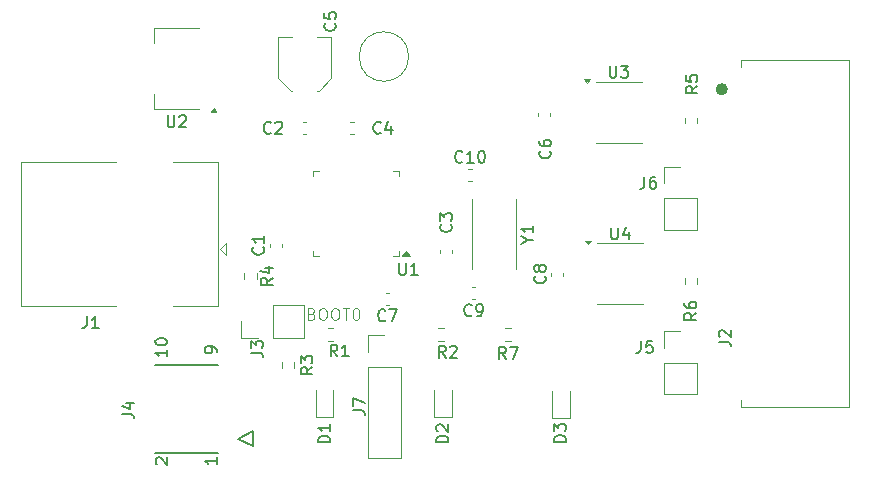
<source format=gbr>
%TF.GenerationSoftware,KiCad,Pcbnew,9.0.4*%
%TF.CreationDate,2025-09-19T16:30:08-07:00*%
%TF.ProjectId,USBCAN-X2,55534243-414e-42d5-9832-2e6b69636164,rev?*%
%TF.SameCoordinates,Original*%
%TF.FileFunction,Legend,Top*%
%TF.FilePolarity,Positive*%
%FSLAX46Y46*%
G04 Gerber Fmt 4.6, Leading zero omitted, Abs format (unit mm)*
G04 Created by KiCad (PCBNEW 9.0.4) date 2025-09-19 16:30:08*
%MOMM*%
%LPD*%
G01*
G04 APERTURE LIST*
%ADD10C,0.100000*%
%ADD11C,0.150000*%
%ADD12C,0.120000*%
%ADD13C,0.550000*%
%ADD14C,0.152400*%
G04 APERTURE END LIST*
D10*
X154598763Y-89969226D02*
G75*
G02*
X150401237Y-89969226I-2098763J0D01*
G01*
X150401237Y-89969226D02*
G75*
G02*
X154598763Y-89969226I2098763J0D01*
G01*
X146382217Y-111748609D02*
X146525074Y-111796228D01*
X146525074Y-111796228D02*
X146572693Y-111843847D01*
X146572693Y-111843847D02*
X146620312Y-111939085D01*
X146620312Y-111939085D02*
X146620312Y-112081942D01*
X146620312Y-112081942D02*
X146572693Y-112177180D01*
X146572693Y-112177180D02*
X146525074Y-112224800D01*
X146525074Y-112224800D02*
X146429836Y-112272419D01*
X146429836Y-112272419D02*
X146048884Y-112272419D01*
X146048884Y-112272419D02*
X146048884Y-111272419D01*
X146048884Y-111272419D02*
X146382217Y-111272419D01*
X146382217Y-111272419D02*
X146477455Y-111320038D01*
X146477455Y-111320038D02*
X146525074Y-111367657D01*
X146525074Y-111367657D02*
X146572693Y-111462895D01*
X146572693Y-111462895D02*
X146572693Y-111558133D01*
X146572693Y-111558133D02*
X146525074Y-111653371D01*
X146525074Y-111653371D02*
X146477455Y-111700990D01*
X146477455Y-111700990D02*
X146382217Y-111748609D01*
X146382217Y-111748609D02*
X146048884Y-111748609D01*
X147239360Y-111272419D02*
X147429836Y-111272419D01*
X147429836Y-111272419D02*
X147525074Y-111320038D01*
X147525074Y-111320038D02*
X147620312Y-111415276D01*
X147620312Y-111415276D02*
X147667931Y-111605752D01*
X147667931Y-111605752D02*
X147667931Y-111939085D01*
X147667931Y-111939085D02*
X147620312Y-112129561D01*
X147620312Y-112129561D02*
X147525074Y-112224800D01*
X147525074Y-112224800D02*
X147429836Y-112272419D01*
X147429836Y-112272419D02*
X147239360Y-112272419D01*
X147239360Y-112272419D02*
X147144122Y-112224800D01*
X147144122Y-112224800D02*
X147048884Y-112129561D01*
X147048884Y-112129561D02*
X147001265Y-111939085D01*
X147001265Y-111939085D02*
X147001265Y-111605752D01*
X147001265Y-111605752D02*
X147048884Y-111415276D01*
X147048884Y-111415276D02*
X147144122Y-111320038D01*
X147144122Y-111320038D02*
X147239360Y-111272419D01*
X148286979Y-111272419D02*
X148477455Y-111272419D01*
X148477455Y-111272419D02*
X148572693Y-111320038D01*
X148572693Y-111320038D02*
X148667931Y-111415276D01*
X148667931Y-111415276D02*
X148715550Y-111605752D01*
X148715550Y-111605752D02*
X148715550Y-111939085D01*
X148715550Y-111939085D02*
X148667931Y-112129561D01*
X148667931Y-112129561D02*
X148572693Y-112224800D01*
X148572693Y-112224800D02*
X148477455Y-112272419D01*
X148477455Y-112272419D02*
X148286979Y-112272419D01*
X148286979Y-112272419D02*
X148191741Y-112224800D01*
X148191741Y-112224800D02*
X148096503Y-112129561D01*
X148096503Y-112129561D02*
X148048884Y-111939085D01*
X148048884Y-111939085D02*
X148048884Y-111605752D01*
X148048884Y-111605752D02*
X148096503Y-111415276D01*
X148096503Y-111415276D02*
X148191741Y-111320038D01*
X148191741Y-111320038D02*
X148286979Y-111272419D01*
X149001265Y-111272419D02*
X149572693Y-111272419D01*
X149286979Y-112272419D02*
X149286979Y-111272419D01*
X150096503Y-111272419D02*
X150191741Y-111272419D01*
X150191741Y-111272419D02*
X150286979Y-111320038D01*
X150286979Y-111320038D02*
X150334598Y-111367657D01*
X150334598Y-111367657D02*
X150382217Y-111462895D01*
X150382217Y-111462895D02*
X150429836Y-111653371D01*
X150429836Y-111653371D02*
X150429836Y-111891466D01*
X150429836Y-111891466D02*
X150382217Y-112081942D01*
X150382217Y-112081942D02*
X150334598Y-112177180D01*
X150334598Y-112177180D02*
X150286979Y-112224800D01*
X150286979Y-112224800D02*
X150191741Y-112272419D01*
X150191741Y-112272419D02*
X150096503Y-112272419D01*
X150096503Y-112272419D02*
X150001265Y-112224800D01*
X150001265Y-112224800D02*
X149953646Y-112177180D01*
X149953646Y-112177180D02*
X149906027Y-112081942D01*
X149906027Y-112081942D02*
X149858408Y-111891466D01*
X149858408Y-111891466D02*
X149858408Y-111653371D01*
X149858408Y-111653371D02*
X149906027Y-111462895D01*
X149906027Y-111462895D02*
X149953646Y-111367657D01*
X149953646Y-111367657D02*
X150001265Y-111320038D01*
X150001265Y-111320038D02*
X150096503Y-111272419D01*
D11*
X149879819Y-119933333D02*
X150594104Y-119933333D01*
X150594104Y-119933333D02*
X150736961Y-119980952D01*
X150736961Y-119980952D02*
X150832200Y-120076190D01*
X150832200Y-120076190D02*
X150879819Y-120219047D01*
X150879819Y-120219047D02*
X150879819Y-120314285D01*
X149879819Y-119552380D02*
X149879819Y-118885714D01*
X149879819Y-118885714D02*
X150879819Y-119314285D01*
X153788095Y-107454819D02*
X153788095Y-108264342D01*
X153788095Y-108264342D02*
X153835714Y-108359580D01*
X153835714Y-108359580D02*
X153883333Y-108407200D01*
X153883333Y-108407200D02*
X153978571Y-108454819D01*
X153978571Y-108454819D02*
X154169047Y-108454819D01*
X154169047Y-108454819D02*
X154264285Y-108407200D01*
X154264285Y-108407200D02*
X154311904Y-108359580D01*
X154311904Y-108359580D02*
X154359523Y-108264342D01*
X154359523Y-108264342D02*
X154359523Y-107454819D01*
X155359523Y-108454819D02*
X154788095Y-108454819D01*
X155073809Y-108454819D02*
X155073809Y-107454819D01*
X155073809Y-107454819D02*
X154978571Y-107597676D01*
X154978571Y-107597676D02*
X154883333Y-107692914D01*
X154883333Y-107692914D02*
X154788095Y-107740533D01*
X159933333Y-111859580D02*
X159885714Y-111907200D01*
X159885714Y-111907200D02*
X159742857Y-111954819D01*
X159742857Y-111954819D02*
X159647619Y-111954819D01*
X159647619Y-111954819D02*
X159504762Y-111907200D01*
X159504762Y-111907200D02*
X159409524Y-111811961D01*
X159409524Y-111811961D02*
X159361905Y-111716723D01*
X159361905Y-111716723D02*
X159314286Y-111526247D01*
X159314286Y-111526247D02*
X159314286Y-111383390D01*
X159314286Y-111383390D02*
X159361905Y-111192914D01*
X159361905Y-111192914D02*
X159409524Y-111097676D01*
X159409524Y-111097676D02*
X159504762Y-111002438D01*
X159504762Y-111002438D02*
X159647619Y-110954819D01*
X159647619Y-110954819D02*
X159742857Y-110954819D01*
X159742857Y-110954819D02*
X159885714Y-111002438D01*
X159885714Y-111002438D02*
X159933333Y-111050057D01*
X160409524Y-111954819D02*
X160600000Y-111954819D01*
X160600000Y-111954819D02*
X160695238Y-111907200D01*
X160695238Y-111907200D02*
X160742857Y-111859580D01*
X160742857Y-111859580D02*
X160838095Y-111716723D01*
X160838095Y-111716723D02*
X160885714Y-111526247D01*
X160885714Y-111526247D02*
X160885714Y-111145295D01*
X160885714Y-111145295D02*
X160838095Y-111050057D01*
X160838095Y-111050057D02*
X160790476Y-111002438D01*
X160790476Y-111002438D02*
X160695238Y-110954819D01*
X160695238Y-110954819D02*
X160504762Y-110954819D01*
X160504762Y-110954819D02*
X160409524Y-111002438D01*
X160409524Y-111002438D02*
X160361905Y-111050057D01*
X160361905Y-111050057D02*
X160314286Y-111145295D01*
X160314286Y-111145295D02*
X160314286Y-111383390D01*
X160314286Y-111383390D02*
X160361905Y-111478628D01*
X160361905Y-111478628D02*
X160409524Y-111526247D01*
X160409524Y-111526247D02*
X160504762Y-111573866D01*
X160504762Y-111573866D02*
X160695238Y-111573866D01*
X160695238Y-111573866D02*
X160790476Y-111526247D01*
X160790476Y-111526247D02*
X160838095Y-111478628D01*
X160838095Y-111478628D02*
X160885714Y-111383390D01*
X146454819Y-116266666D02*
X145978628Y-116599999D01*
X146454819Y-116838094D02*
X145454819Y-116838094D01*
X145454819Y-116838094D02*
X145454819Y-116457142D01*
X145454819Y-116457142D02*
X145502438Y-116361904D01*
X145502438Y-116361904D02*
X145550057Y-116314285D01*
X145550057Y-116314285D02*
X145645295Y-116266666D01*
X145645295Y-116266666D02*
X145788152Y-116266666D01*
X145788152Y-116266666D02*
X145883390Y-116314285D01*
X145883390Y-116314285D02*
X145931009Y-116361904D01*
X145931009Y-116361904D02*
X145978628Y-116457142D01*
X145978628Y-116457142D02*
X145978628Y-116838094D01*
X145454819Y-115933332D02*
X145454819Y-115314285D01*
X145454819Y-115314285D02*
X145835771Y-115647618D01*
X145835771Y-115647618D02*
X145835771Y-115504761D01*
X145835771Y-115504761D02*
X145883390Y-115409523D01*
X145883390Y-115409523D02*
X145931009Y-115361904D01*
X145931009Y-115361904D02*
X146026247Y-115314285D01*
X146026247Y-115314285D02*
X146264342Y-115314285D01*
X146264342Y-115314285D02*
X146359580Y-115361904D01*
X146359580Y-115361904D02*
X146407200Y-115409523D01*
X146407200Y-115409523D02*
X146454819Y-115504761D01*
X146454819Y-115504761D02*
X146454819Y-115790475D01*
X146454819Y-115790475D02*
X146407200Y-115885713D01*
X146407200Y-115885713D02*
X146359580Y-115933332D01*
X174566666Y-100154819D02*
X174566666Y-100869104D01*
X174566666Y-100869104D02*
X174519047Y-101011961D01*
X174519047Y-101011961D02*
X174423809Y-101107200D01*
X174423809Y-101107200D02*
X174280952Y-101154819D01*
X174280952Y-101154819D02*
X174185714Y-101154819D01*
X175471428Y-100154819D02*
X175280952Y-100154819D01*
X175280952Y-100154819D02*
X175185714Y-100202438D01*
X175185714Y-100202438D02*
X175138095Y-100250057D01*
X175138095Y-100250057D02*
X175042857Y-100392914D01*
X175042857Y-100392914D02*
X174995238Y-100583390D01*
X174995238Y-100583390D02*
X174995238Y-100964342D01*
X174995238Y-100964342D02*
X175042857Y-101059580D01*
X175042857Y-101059580D02*
X175090476Y-101107200D01*
X175090476Y-101107200D02*
X175185714Y-101154819D01*
X175185714Y-101154819D02*
X175376190Y-101154819D01*
X175376190Y-101154819D02*
X175471428Y-101107200D01*
X175471428Y-101107200D02*
X175519047Y-101059580D01*
X175519047Y-101059580D02*
X175566666Y-100964342D01*
X175566666Y-100964342D02*
X175566666Y-100726247D01*
X175566666Y-100726247D02*
X175519047Y-100631009D01*
X175519047Y-100631009D02*
X175471428Y-100583390D01*
X175471428Y-100583390D02*
X175376190Y-100535771D01*
X175376190Y-100535771D02*
X175185714Y-100535771D01*
X175185714Y-100535771D02*
X175090476Y-100583390D01*
X175090476Y-100583390D02*
X175042857Y-100631009D01*
X175042857Y-100631009D02*
X174995238Y-100726247D01*
X180854819Y-114133333D02*
X181569104Y-114133333D01*
X181569104Y-114133333D02*
X181711961Y-114180952D01*
X181711961Y-114180952D02*
X181807200Y-114276190D01*
X181807200Y-114276190D02*
X181854819Y-114419047D01*
X181854819Y-114419047D02*
X181854819Y-114514285D01*
X180950057Y-113704761D02*
X180902438Y-113657142D01*
X180902438Y-113657142D02*
X180854819Y-113561904D01*
X180854819Y-113561904D02*
X180854819Y-113323809D01*
X180854819Y-113323809D02*
X180902438Y-113228571D01*
X180902438Y-113228571D02*
X180950057Y-113180952D01*
X180950057Y-113180952D02*
X181045295Y-113133333D01*
X181045295Y-113133333D02*
X181140533Y-113133333D01*
X181140533Y-113133333D02*
X181283390Y-113180952D01*
X181283390Y-113180952D02*
X181854819Y-113752380D01*
X181854819Y-113752380D02*
X181854819Y-113133333D01*
X152633333Y-112289580D02*
X152585714Y-112337200D01*
X152585714Y-112337200D02*
X152442857Y-112384819D01*
X152442857Y-112384819D02*
X152347619Y-112384819D01*
X152347619Y-112384819D02*
X152204762Y-112337200D01*
X152204762Y-112337200D02*
X152109524Y-112241961D01*
X152109524Y-112241961D02*
X152061905Y-112146723D01*
X152061905Y-112146723D02*
X152014286Y-111956247D01*
X152014286Y-111956247D02*
X152014286Y-111813390D01*
X152014286Y-111813390D02*
X152061905Y-111622914D01*
X152061905Y-111622914D02*
X152109524Y-111527676D01*
X152109524Y-111527676D02*
X152204762Y-111432438D01*
X152204762Y-111432438D02*
X152347619Y-111384819D01*
X152347619Y-111384819D02*
X152442857Y-111384819D01*
X152442857Y-111384819D02*
X152585714Y-111432438D01*
X152585714Y-111432438D02*
X152633333Y-111480057D01*
X152966667Y-111384819D02*
X153633333Y-111384819D01*
X153633333Y-111384819D02*
X153204762Y-112384819D01*
X162833333Y-115554819D02*
X162500000Y-115078628D01*
X162261905Y-115554819D02*
X162261905Y-114554819D01*
X162261905Y-114554819D02*
X162642857Y-114554819D01*
X162642857Y-114554819D02*
X162738095Y-114602438D01*
X162738095Y-114602438D02*
X162785714Y-114650057D01*
X162785714Y-114650057D02*
X162833333Y-114745295D01*
X162833333Y-114745295D02*
X162833333Y-114888152D01*
X162833333Y-114888152D02*
X162785714Y-114983390D01*
X162785714Y-114983390D02*
X162738095Y-115031009D01*
X162738095Y-115031009D02*
X162642857Y-115078628D01*
X162642857Y-115078628D02*
X162261905Y-115078628D01*
X163166667Y-114554819D02*
X163833333Y-114554819D01*
X163833333Y-114554819D02*
X163404762Y-115554819D01*
X157733333Y-115454819D02*
X157400000Y-114978628D01*
X157161905Y-115454819D02*
X157161905Y-114454819D01*
X157161905Y-114454819D02*
X157542857Y-114454819D01*
X157542857Y-114454819D02*
X157638095Y-114502438D01*
X157638095Y-114502438D02*
X157685714Y-114550057D01*
X157685714Y-114550057D02*
X157733333Y-114645295D01*
X157733333Y-114645295D02*
X157733333Y-114788152D01*
X157733333Y-114788152D02*
X157685714Y-114883390D01*
X157685714Y-114883390D02*
X157638095Y-114931009D01*
X157638095Y-114931009D02*
X157542857Y-114978628D01*
X157542857Y-114978628D02*
X157161905Y-114978628D01*
X158114286Y-114550057D02*
X158161905Y-114502438D01*
X158161905Y-114502438D02*
X158257143Y-114454819D01*
X158257143Y-114454819D02*
X158495238Y-114454819D01*
X158495238Y-114454819D02*
X158590476Y-114502438D01*
X158590476Y-114502438D02*
X158638095Y-114550057D01*
X158638095Y-114550057D02*
X158685714Y-114645295D01*
X158685714Y-114645295D02*
X158685714Y-114740533D01*
X158685714Y-114740533D02*
X158638095Y-114883390D01*
X158638095Y-114883390D02*
X158066667Y-115454819D01*
X158066667Y-115454819D02*
X158685714Y-115454819D01*
X179054819Y-92466666D02*
X178578628Y-92799999D01*
X179054819Y-93038094D02*
X178054819Y-93038094D01*
X178054819Y-93038094D02*
X178054819Y-92657142D01*
X178054819Y-92657142D02*
X178102438Y-92561904D01*
X178102438Y-92561904D02*
X178150057Y-92514285D01*
X178150057Y-92514285D02*
X178245295Y-92466666D01*
X178245295Y-92466666D02*
X178388152Y-92466666D01*
X178388152Y-92466666D02*
X178483390Y-92514285D01*
X178483390Y-92514285D02*
X178531009Y-92561904D01*
X178531009Y-92561904D02*
X178578628Y-92657142D01*
X178578628Y-92657142D02*
X178578628Y-93038094D01*
X178054819Y-91561904D02*
X178054819Y-92038094D01*
X178054819Y-92038094D02*
X178531009Y-92085713D01*
X178531009Y-92085713D02*
X178483390Y-92038094D01*
X178483390Y-92038094D02*
X178435771Y-91942856D01*
X178435771Y-91942856D02*
X178435771Y-91704761D01*
X178435771Y-91704761D02*
X178483390Y-91609523D01*
X178483390Y-91609523D02*
X178531009Y-91561904D01*
X178531009Y-91561904D02*
X178626247Y-91514285D01*
X178626247Y-91514285D02*
X178864342Y-91514285D01*
X178864342Y-91514285D02*
X178959580Y-91561904D01*
X178959580Y-91561904D02*
X179007200Y-91609523D01*
X179007200Y-91609523D02*
X179054819Y-91704761D01*
X179054819Y-91704761D02*
X179054819Y-91942856D01*
X179054819Y-91942856D02*
X179007200Y-92038094D01*
X179007200Y-92038094D02*
X178959580Y-92085713D01*
X134198095Y-94954819D02*
X134198095Y-95764342D01*
X134198095Y-95764342D02*
X134245714Y-95859580D01*
X134245714Y-95859580D02*
X134293333Y-95907200D01*
X134293333Y-95907200D02*
X134388571Y-95954819D01*
X134388571Y-95954819D02*
X134579047Y-95954819D01*
X134579047Y-95954819D02*
X134674285Y-95907200D01*
X134674285Y-95907200D02*
X134721904Y-95859580D01*
X134721904Y-95859580D02*
X134769523Y-95764342D01*
X134769523Y-95764342D02*
X134769523Y-94954819D01*
X135198095Y-95050057D02*
X135245714Y-95002438D01*
X135245714Y-95002438D02*
X135340952Y-94954819D01*
X135340952Y-94954819D02*
X135579047Y-94954819D01*
X135579047Y-94954819D02*
X135674285Y-95002438D01*
X135674285Y-95002438D02*
X135721904Y-95050057D01*
X135721904Y-95050057D02*
X135769523Y-95145295D01*
X135769523Y-95145295D02*
X135769523Y-95240533D01*
X135769523Y-95240533D02*
X135721904Y-95383390D01*
X135721904Y-95383390D02*
X135150476Y-95954819D01*
X135150476Y-95954819D02*
X135769523Y-95954819D01*
X158159580Y-104191666D02*
X158207200Y-104239285D01*
X158207200Y-104239285D02*
X158254819Y-104382142D01*
X158254819Y-104382142D02*
X158254819Y-104477380D01*
X158254819Y-104477380D02*
X158207200Y-104620237D01*
X158207200Y-104620237D02*
X158111961Y-104715475D01*
X158111961Y-104715475D02*
X158016723Y-104763094D01*
X158016723Y-104763094D02*
X157826247Y-104810713D01*
X157826247Y-104810713D02*
X157683390Y-104810713D01*
X157683390Y-104810713D02*
X157492914Y-104763094D01*
X157492914Y-104763094D02*
X157397676Y-104715475D01*
X157397676Y-104715475D02*
X157302438Y-104620237D01*
X157302438Y-104620237D02*
X157254819Y-104477380D01*
X157254819Y-104477380D02*
X157254819Y-104382142D01*
X157254819Y-104382142D02*
X157302438Y-104239285D01*
X157302438Y-104239285D02*
X157350057Y-104191666D01*
X157254819Y-103858332D02*
X157254819Y-103239285D01*
X157254819Y-103239285D02*
X157635771Y-103572618D01*
X157635771Y-103572618D02*
X157635771Y-103429761D01*
X157635771Y-103429761D02*
X157683390Y-103334523D01*
X157683390Y-103334523D02*
X157731009Y-103286904D01*
X157731009Y-103286904D02*
X157826247Y-103239285D01*
X157826247Y-103239285D02*
X158064342Y-103239285D01*
X158064342Y-103239285D02*
X158159580Y-103286904D01*
X158159580Y-103286904D02*
X158207200Y-103334523D01*
X158207200Y-103334523D02*
X158254819Y-103429761D01*
X158254819Y-103429761D02*
X158254819Y-103715475D01*
X158254819Y-103715475D02*
X158207200Y-103810713D01*
X158207200Y-103810713D02*
X158159580Y-103858332D01*
X143084819Y-108716666D02*
X142608628Y-109049999D01*
X143084819Y-109288094D02*
X142084819Y-109288094D01*
X142084819Y-109288094D02*
X142084819Y-108907142D01*
X142084819Y-108907142D02*
X142132438Y-108811904D01*
X142132438Y-108811904D02*
X142180057Y-108764285D01*
X142180057Y-108764285D02*
X142275295Y-108716666D01*
X142275295Y-108716666D02*
X142418152Y-108716666D01*
X142418152Y-108716666D02*
X142513390Y-108764285D01*
X142513390Y-108764285D02*
X142561009Y-108811904D01*
X142561009Y-108811904D02*
X142608628Y-108907142D01*
X142608628Y-108907142D02*
X142608628Y-109288094D01*
X142418152Y-107859523D02*
X143084819Y-107859523D01*
X142037200Y-108097618D02*
X142751485Y-108335713D01*
X142751485Y-108335713D02*
X142751485Y-107716666D01*
X171618095Y-90754819D02*
X171618095Y-91564342D01*
X171618095Y-91564342D02*
X171665714Y-91659580D01*
X171665714Y-91659580D02*
X171713333Y-91707200D01*
X171713333Y-91707200D02*
X171808571Y-91754819D01*
X171808571Y-91754819D02*
X171999047Y-91754819D01*
X171999047Y-91754819D02*
X172094285Y-91707200D01*
X172094285Y-91707200D02*
X172141904Y-91659580D01*
X172141904Y-91659580D02*
X172189523Y-91564342D01*
X172189523Y-91564342D02*
X172189523Y-90754819D01*
X172570476Y-90754819D02*
X173189523Y-90754819D01*
X173189523Y-90754819D02*
X172856190Y-91135771D01*
X172856190Y-91135771D02*
X172999047Y-91135771D01*
X172999047Y-91135771D02*
X173094285Y-91183390D01*
X173094285Y-91183390D02*
X173141904Y-91231009D01*
X173141904Y-91231009D02*
X173189523Y-91326247D01*
X173189523Y-91326247D02*
X173189523Y-91564342D01*
X173189523Y-91564342D02*
X173141904Y-91659580D01*
X173141904Y-91659580D02*
X173094285Y-91707200D01*
X173094285Y-91707200D02*
X172999047Y-91754819D01*
X172999047Y-91754819D02*
X172713333Y-91754819D01*
X172713333Y-91754819D02*
X172618095Y-91707200D01*
X172618095Y-91707200D02*
X172570476Y-91659580D01*
X167904819Y-122588094D02*
X166904819Y-122588094D01*
X166904819Y-122588094D02*
X166904819Y-122349999D01*
X166904819Y-122349999D02*
X166952438Y-122207142D01*
X166952438Y-122207142D02*
X167047676Y-122111904D01*
X167047676Y-122111904D02*
X167142914Y-122064285D01*
X167142914Y-122064285D02*
X167333390Y-122016666D01*
X167333390Y-122016666D02*
X167476247Y-122016666D01*
X167476247Y-122016666D02*
X167666723Y-122064285D01*
X167666723Y-122064285D02*
X167761961Y-122111904D01*
X167761961Y-122111904D02*
X167857200Y-122207142D01*
X167857200Y-122207142D02*
X167904819Y-122349999D01*
X167904819Y-122349999D02*
X167904819Y-122588094D01*
X166904819Y-121683332D02*
X166904819Y-121064285D01*
X166904819Y-121064285D02*
X167285771Y-121397618D01*
X167285771Y-121397618D02*
X167285771Y-121254761D01*
X167285771Y-121254761D02*
X167333390Y-121159523D01*
X167333390Y-121159523D02*
X167381009Y-121111904D01*
X167381009Y-121111904D02*
X167476247Y-121064285D01*
X167476247Y-121064285D02*
X167714342Y-121064285D01*
X167714342Y-121064285D02*
X167809580Y-121111904D01*
X167809580Y-121111904D02*
X167857200Y-121159523D01*
X167857200Y-121159523D02*
X167904819Y-121254761D01*
X167904819Y-121254761D02*
X167904819Y-121540475D01*
X167904819Y-121540475D02*
X167857200Y-121635713D01*
X167857200Y-121635713D02*
X167809580Y-121683332D01*
X127366666Y-111954819D02*
X127366666Y-112669104D01*
X127366666Y-112669104D02*
X127319047Y-112811961D01*
X127319047Y-112811961D02*
X127223809Y-112907200D01*
X127223809Y-112907200D02*
X127080952Y-112954819D01*
X127080952Y-112954819D02*
X126985714Y-112954819D01*
X128366666Y-112954819D02*
X127795238Y-112954819D01*
X128080952Y-112954819D02*
X128080952Y-111954819D01*
X128080952Y-111954819D02*
X127985714Y-112097676D01*
X127985714Y-112097676D02*
X127890476Y-112192914D01*
X127890476Y-112192914D02*
X127795238Y-112240533D01*
X142933333Y-96409580D02*
X142885714Y-96457200D01*
X142885714Y-96457200D02*
X142742857Y-96504819D01*
X142742857Y-96504819D02*
X142647619Y-96504819D01*
X142647619Y-96504819D02*
X142504762Y-96457200D01*
X142504762Y-96457200D02*
X142409524Y-96361961D01*
X142409524Y-96361961D02*
X142361905Y-96266723D01*
X142361905Y-96266723D02*
X142314286Y-96076247D01*
X142314286Y-96076247D02*
X142314286Y-95933390D01*
X142314286Y-95933390D02*
X142361905Y-95742914D01*
X142361905Y-95742914D02*
X142409524Y-95647676D01*
X142409524Y-95647676D02*
X142504762Y-95552438D01*
X142504762Y-95552438D02*
X142647619Y-95504819D01*
X142647619Y-95504819D02*
X142742857Y-95504819D01*
X142742857Y-95504819D02*
X142885714Y-95552438D01*
X142885714Y-95552438D02*
X142933333Y-95600057D01*
X143314286Y-95600057D02*
X143361905Y-95552438D01*
X143361905Y-95552438D02*
X143457143Y-95504819D01*
X143457143Y-95504819D02*
X143695238Y-95504819D01*
X143695238Y-95504819D02*
X143790476Y-95552438D01*
X143790476Y-95552438D02*
X143838095Y-95600057D01*
X143838095Y-95600057D02*
X143885714Y-95695295D01*
X143885714Y-95695295D02*
X143885714Y-95790533D01*
X143885714Y-95790533D02*
X143838095Y-95933390D01*
X143838095Y-95933390D02*
X143266667Y-96504819D01*
X143266667Y-96504819D02*
X143885714Y-96504819D01*
X152233333Y-96409580D02*
X152185714Y-96457200D01*
X152185714Y-96457200D02*
X152042857Y-96504819D01*
X152042857Y-96504819D02*
X151947619Y-96504819D01*
X151947619Y-96504819D02*
X151804762Y-96457200D01*
X151804762Y-96457200D02*
X151709524Y-96361961D01*
X151709524Y-96361961D02*
X151661905Y-96266723D01*
X151661905Y-96266723D02*
X151614286Y-96076247D01*
X151614286Y-96076247D02*
X151614286Y-95933390D01*
X151614286Y-95933390D02*
X151661905Y-95742914D01*
X151661905Y-95742914D02*
X151709524Y-95647676D01*
X151709524Y-95647676D02*
X151804762Y-95552438D01*
X151804762Y-95552438D02*
X151947619Y-95504819D01*
X151947619Y-95504819D02*
X152042857Y-95504819D01*
X152042857Y-95504819D02*
X152185714Y-95552438D01*
X152185714Y-95552438D02*
X152233333Y-95600057D01*
X153090476Y-95838152D02*
X153090476Y-96504819D01*
X152852381Y-95457200D02*
X152614286Y-96171485D01*
X152614286Y-96171485D02*
X153233333Y-96171485D01*
X178954819Y-111666666D02*
X178478628Y-111999999D01*
X178954819Y-112238094D02*
X177954819Y-112238094D01*
X177954819Y-112238094D02*
X177954819Y-111857142D01*
X177954819Y-111857142D02*
X178002438Y-111761904D01*
X178002438Y-111761904D02*
X178050057Y-111714285D01*
X178050057Y-111714285D02*
X178145295Y-111666666D01*
X178145295Y-111666666D02*
X178288152Y-111666666D01*
X178288152Y-111666666D02*
X178383390Y-111714285D01*
X178383390Y-111714285D02*
X178431009Y-111761904D01*
X178431009Y-111761904D02*
X178478628Y-111857142D01*
X178478628Y-111857142D02*
X178478628Y-112238094D01*
X177954819Y-110809523D02*
X177954819Y-110999999D01*
X177954819Y-110999999D02*
X178002438Y-111095237D01*
X178002438Y-111095237D02*
X178050057Y-111142856D01*
X178050057Y-111142856D02*
X178192914Y-111238094D01*
X178192914Y-111238094D02*
X178383390Y-111285713D01*
X178383390Y-111285713D02*
X178764342Y-111285713D01*
X178764342Y-111285713D02*
X178859580Y-111238094D01*
X178859580Y-111238094D02*
X178907200Y-111190475D01*
X178907200Y-111190475D02*
X178954819Y-111095237D01*
X178954819Y-111095237D02*
X178954819Y-110904761D01*
X178954819Y-110904761D02*
X178907200Y-110809523D01*
X178907200Y-110809523D02*
X178859580Y-110761904D01*
X178859580Y-110761904D02*
X178764342Y-110714285D01*
X178764342Y-110714285D02*
X178526247Y-110714285D01*
X178526247Y-110714285D02*
X178431009Y-110761904D01*
X178431009Y-110761904D02*
X178383390Y-110809523D01*
X178383390Y-110809523D02*
X178335771Y-110904761D01*
X178335771Y-110904761D02*
X178335771Y-111095237D01*
X178335771Y-111095237D02*
X178383390Y-111190475D01*
X178383390Y-111190475D02*
X178431009Y-111238094D01*
X178431009Y-111238094D02*
X178526247Y-111285713D01*
X159157142Y-98859580D02*
X159109523Y-98907200D01*
X159109523Y-98907200D02*
X158966666Y-98954819D01*
X158966666Y-98954819D02*
X158871428Y-98954819D01*
X158871428Y-98954819D02*
X158728571Y-98907200D01*
X158728571Y-98907200D02*
X158633333Y-98811961D01*
X158633333Y-98811961D02*
X158585714Y-98716723D01*
X158585714Y-98716723D02*
X158538095Y-98526247D01*
X158538095Y-98526247D02*
X158538095Y-98383390D01*
X158538095Y-98383390D02*
X158585714Y-98192914D01*
X158585714Y-98192914D02*
X158633333Y-98097676D01*
X158633333Y-98097676D02*
X158728571Y-98002438D01*
X158728571Y-98002438D02*
X158871428Y-97954819D01*
X158871428Y-97954819D02*
X158966666Y-97954819D01*
X158966666Y-97954819D02*
X159109523Y-98002438D01*
X159109523Y-98002438D02*
X159157142Y-98050057D01*
X160109523Y-98954819D02*
X159538095Y-98954819D01*
X159823809Y-98954819D02*
X159823809Y-97954819D01*
X159823809Y-97954819D02*
X159728571Y-98097676D01*
X159728571Y-98097676D02*
X159633333Y-98192914D01*
X159633333Y-98192914D02*
X159538095Y-98240533D01*
X160728571Y-97954819D02*
X160823809Y-97954819D01*
X160823809Y-97954819D02*
X160919047Y-98002438D01*
X160919047Y-98002438D02*
X160966666Y-98050057D01*
X160966666Y-98050057D02*
X161014285Y-98145295D01*
X161014285Y-98145295D02*
X161061904Y-98335771D01*
X161061904Y-98335771D02*
X161061904Y-98573866D01*
X161061904Y-98573866D02*
X161014285Y-98764342D01*
X161014285Y-98764342D02*
X160966666Y-98859580D01*
X160966666Y-98859580D02*
X160919047Y-98907200D01*
X160919047Y-98907200D02*
X160823809Y-98954819D01*
X160823809Y-98954819D02*
X160728571Y-98954819D01*
X160728571Y-98954819D02*
X160633333Y-98907200D01*
X160633333Y-98907200D02*
X160585714Y-98859580D01*
X160585714Y-98859580D02*
X160538095Y-98764342D01*
X160538095Y-98764342D02*
X160490476Y-98573866D01*
X160490476Y-98573866D02*
X160490476Y-98335771D01*
X160490476Y-98335771D02*
X160538095Y-98145295D01*
X160538095Y-98145295D02*
X160585714Y-98050057D01*
X160585714Y-98050057D02*
X160633333Y-98002438D01*
X160633333Y-98002438D02*
X160728571Y-97954819D01*
X147954819Y-122638094D02*
X146954819Y-122638094D01*
X146954819Y-122638094D02*
X146954819Y-122399999D01*
X146954819Y-122399999D02*
X147002438Y-122257142D01*
X147002438Y-122257142D02*
X147097676Y-122161904D01*
X147097676Y-122161904D02*
X147192914Y-122114285D01*
X147192914Y-122114285D02*
X147383390Y-122066666D01*
X147383390Y-122066666D02*
X147526247Y-122066666D01*
X147526247Y-122066666D02*
X147716723Y-122114285D01*
X147716723Y-122114285D02*
X147811961Y-122161904D01*
X147811961Y-122161904D02*
X147907200Y-122257142D01*
X147907200Y-122257142D02*
X147954819Y-122399999D01*
X147954819Y-122399999D02*
X147954819Y-122638094D01*
X147954819Y-121114285D02*
X147954819Y-121685713D01*
X147954819Y-121399999D02*
X146954819Y-121399999D01*
X146954819Y-121399999D02*
X147097676Y-121495237D01*
X147097676Y-121495237D02*
X147192914Y-121590475D01*
X147192914Y-121590475D02*
X147240533Y-121685713D01*
X166559580Y-97966666D02*
X166607200Y-98014285D01*
X166607200Y-98014285D02*
X166654819Y-98157142D01*
X166654819Y-98157142D02*
X166654819Y-98252380D01*
X166654819Y-98252380D02*
X166607200Y-98395237D01*
X166607200Y-98395237D02*
X166511961Y-98490475D01*
X166511961Y-98490475D02*
X166416723Y-98538094D01*
X166416723Y-98538094D02*
X166226247Y-98585713D01*
X166226247Y-98585713D02*
X166083390Y-98585713D01*
X166083390Y-98585713D02*
X165892914Y-98538094D01*
X165892914Y-98538094D02*
X165797676Y-98490475D01*
X165797676Y-98490475D02*
X165702438Y-98395237D01*
X165702438Y-98395237D02*
X165654819Y-98252380D01*
X165654819Y-98252380D02*
X165654819Y-98157142D01*
X165654819Y-98157142D02*
X165702438Y-98014285D01*
X165702438Y-98014285D02*
X165750057Y-97966666D01*
X165654819Y-97109523D02*
X165654819Y-97299999D01*
X165654819Y-97299999D02*
X165702438Y-97395237D01*
X165702438Y-97395237D02*
X165750057Y-97442856D01*
X165750057Y-97442856D02*
X165892914Y-97538094D01*
X165892914Y-97538094D02*
X166083390Y-97585713D01*
X166083390Y-97585713D02*
X166464342Y-97585713D01*
X166464342Y-97585713D02*
X166559580Y-97538094D01*
X166559580Y-97538094D02*
X166607200Y-97490475D01*
X166607200Y-97490475D02*
X166654819Y-97395237D01*
X166654819Y-97395237D02*
X166654819Y-97204761D01*
X166654819Y-97204761D02*
X166607200Y-97109523D01*
X166607200Y-97109523D02*
X166559580Y-97061904D01*
X166559580Y-97061904D02*
X166464342Y-97014285D01*
X166464342Y-97014285D02*
X166226247Y-97014285D01*
X166226247Y-97014285D02*
X166131009Y-97061904D01*
X166131009Y-97061904D02*
X166083390Y-97109523D01*
X166083390Y-97109523D02*
X166035771Y-97204761D01*
X166035771Y-97204761D02*
X166035771Y-97395237D01*
X166035771Y-97395237D02*
X166083390Y-97490475D01*
X166083390Y-97490475D02*
X166131009Y-97538094D01*
X166131009Y-97538094D02*
X166226247Y-97585713D01*
X142279580Y-106116666D02*
X142327200Y-106164285D01*
X142327200Y-106164285D02*
X142374819Y-106307142D01*
X142374819Y-106307142D02*
X142374819Y-106402380D01*
X142374819Y-106402380D02*
X142327200Y-106545237D01*
X142327200Y-106545237D02*
X142231961Y-106640475D01*
X142231961Y-106640475D02*
X142136723Y-106688094D01*
X142136723Y-106688094D02*
X141946247Y-106735713D01*
X141946247Y-106735713D02*
X141803390Y-106735713D01*
X141803390Y-106735713D02*
X141612914Y-106688094D01*
X141612914Y-106688094D02*
X141517676Y-106640475D01*
X141517676Y-106640475D02*
X141422438Y-106545237D01*
X141422438Y-106545237D02*
X141374819Y-106402380D01*
X141374819Y-106402380D02*
X141374819Y-106307142D01*
X141374819Y-106307142D02*
X141422438Y-106164285D01*
X141422438Y-106164285D02*
X141470057Y-106116666D01*
X142374819Y-105164285D02*
X142374819Y-105735713D01*
X142374819Y-105449999D02*
X141374819Y-105449999D01*
X141374819Y-105449999D02*
X141517676Y-105545237D01*
X141517676Y-105545237D02*
X141612914Y-105640475D01*
X141612914Y-105640475D02*
X141660533Y-105735713D01*
X141254819Y-115033333D02*
X141969104Y-115033333D01*
X141969104Y-115033333D02*
X142111961Y-115080952D01*
X142111961Y-115080952D02*
X142207200Y-115176190D01*
X142207200Y-115176190D02*
X142254819Y-115319047D01*
X142254819Y-115319047D02*
X142254819Y-115414285D01*
X141254819Y-114652380D02*
X141254819Y-114033333D01*
X141254819Y-114033333D02*
X141635771Y-114366666D01*
X141635771Y-114366666D02*
X141635771Y-114223809D01*
X141635771Y-114223809D02*
X141683390Y-114128571D01*
X141683390Y-114128571D02*
X141731009Y-114080952D01*
X141731009Y-114080952D02*
X141826247Y-114033333D01*
X141826247Y-114033333D02*
X142064342Y-114033333D01*
X142064342Y-114033333D02*
X142159580Y-114080952D01*
X142159580Y-114080952D02*
X142207200Y-114128571D01*
X142207200Y-114128571D02*
X142254819Y-114223809D01*
X142254819Y-114223809D02*
X142254819Y-114509523D01*
X142254819Y-114509523D02*
X142207200Y-114604761D01*
X142207200Y-114604761D02*
X142159580Y-114652380D01*
X174266666Y-114054819D02*
X174266666Y-114769104D01*
X174266666Y-114769104D02*
X174219047Y-114911961D01*
X174219047Y-114911961D02*
X174123809Y-115007200D01*
X174123809Y-115007200D02*
X173980952Y-115054819D01*
X173980952Y-115054819D02*
X173885714Y-115054819D01*
X175219047Y-114054819D02*
X174742857Y-114054819D01*
X174742857Y-114054819D02*
X174695238Y-114531009D01*
X174695238Y-114531009D02*
X174742857Y-114483390D01*
X174742857Y-114483390D02*
X174838095Y-114435771D01*
X174838095Y-114435771D02*
X175076190Y-114435771D01*
X175076190Y-114435771D02*
X175171428Y-114483390D01*
X175171428Y-114483390D02*
X175219047Y-114531009D01*
X175219047Y-114531009D02*
X175266666Y-114626247D01*
X175266666Y-114626247D02*
X175266666Y-114864342D01*
X175266666Y-114864342D02*
X175219047Y-114959580D01*
X175219047Y-114959580D02*
X175171428Y-115007200D01*
X175171428Y-115007200D02*
X175076190Y-115054819D01*
X175076190Y-115054819D02*
X174838095Y-115054819D01*
X174838095Y-115054819D02*
X174742857Y-115007200D01*
X174742857Y-115007200D02*
X174695238Y-114959580D01*
X157954819Y-122638094D02*
X156954819Y-122638094D01*
X156954819Y-122638094D02*
X156954819Y-122399999D01*
X156954819Y-122399999D02*
X157002438Y-122257142D01*
X157002438Y-122257142D02*
X157097676Y-122161904D01*
X157097676Y-122161904D02*
X157192914Y-122114285D01*
X157192914Y-122114285D02*
X157383390Y-122066666D01*
X157383390Y-122066666D02*
X157526247Y-122066666D01*
X157526247Y-122066666D02*
X157716723Y-122114285D01*
X157716723Y-122114285D02*
X157811961Y-122161904D01*
X157811961Y-122161904D02*
X157907200Y-122257142D01*
X157907200Y-122257142D02*
X157954819Y-122399999D01*
X157954819Y-122399999D02*
X157954819Y-122638094D01*
X157050057Y-121685713D02*
X157002438Y-121638094D01*
X157002438Y-121638094D02*
X156954819Y-121542856D01*
X156954819Y-121542856D02*
X156954819Y-121304761D01*
X156954819Y-121304761D02*
X157002438Y-121209523D01*
X157002438Y-121209523D02*
X157050057Y-121161904D01*
X157050057Y-121161904D02*
X157145295Y-121114285D01*
X157145295Y-121114285D02*
X157240533Y-121114285D01*
X157240533Y-121114285D02*
X157383390Y-121161904D01*
X157383390Y-121161904D02*
X157954819Y-121733332D01*
X157954819Y-121733332D02*
X157954819Y-121114285D01*
X148359580Y-87166666D02*
X148407200Y-87214285D01*
X148407200Y-87214285D02*
X148454819Y-87357142D01*
X148454819Y-87357142D02*
X148454819Y-87452380D01*
X148454819Y-87452380D02*
X148407200Y-87595237D01*
X148407200Y-87595237D02*
X148311961Y-87690475D01*
X148311961Y-87690475D02*
X148216723Y-87738094D01*
X148216723Y-87738094D02*
X148026247Y-87785713D01*
X148026247Y-87785713D02*
X147883390Y-87785713D01*
X147883390Y-87785713D02*
X147692914Y-87738094D01*
X147692914Y-87738094D02*
X147597676Y-87690475D01*
X147597676Y-87690475D02*
X147502438Y-87595237D01*
X147502438Y-87595237D02*
X147454819Y-87452380D01*
X147454819Y-87452380D02*
X147454819Y-87357142D01*
X147454819Y-87357142D02*
X147502438Y-87214285D01*
X147502438Y-87214285D02*
X147550057Y-87166666D01*
X147454819Y-86261904D02*
X147454819Y-86738094D01*
X147454819Y-86738094D02*
X147931009Y-86785713D01*
X147931009Y-86785713D02*
X147883390Y-86738094D01*
X147883390Y-86738094D02*
X147835771Y-86642856D01*
X147835771Y-86642856D02*
X147835771Y-86404761D01*
X147835771Y-86404761D02*
X147883390Y-86309523D01*
X147883390Y-86309523D02*
X147931009Y-86261904D01*
X147931009Y-86261904D02*
X148026247Y-86214285D01*
X148026247Y-86214285D02*
X148264342Y-86214285D01*
X148264342Y-86214285D02*
X148359580Y-86261904D01*
X148359580Y-86261904D02*
X148407200Y-86309523D01*
X148407200Y-86309523D02*
X148454819Y-86404761D01*
X148454819Y-86404761D02*
X148454819Y-86642856D01*
X148454819Y-86642856D02*
X148407200Y-86738094D01*
X148407200Y-86738094D02*
X148359580Y-86785713D01*
X171758095Y-104454819D02*
X171758095Y-105264342D01*
X171758095Y-105264342D02*
X171805714Y-105359580D01*
X171805714Y-105359580D02*
X171853333Y-105407200D01*
X171853333Y-105407200D02*
X171948571Y-105454819D01*
X171948571Y-105454819D02*
X172139047Y-105454819D01*
X172139047Y-105454819D02*
X172234285Y-105407200D01*
X172234285Y-105407200D02*
X172281904Y-105359580D01*
X172281904Y-105359580D02*
X172329523Y-105264342D01*
X172329523Y-105264342D02*
X172329523Y-104454819D01*
X173234285Y-104788152D02*
X173234285Y-105454819D01*
X172996190Y-104407200D02*
X172758095Y-105121485D01*
X172758095Y-105121485D02*
X173377142Y-105121485D01*
X164678628Y-105476190D02*
X165154819Y-105476190D01*
X164154819Y-105809523D02*
X164678628Y-105476190D01*
X164678628Y-105476190D02*
X164154819Y-105142857D01*
X165154819Y-104285714D02*
X165154819Y-104857142D01*
X165154819Y-104571428D02*
X164154819Y-104571428D01*
X164154819Y-104571428D02*
X164297676Y-104666666D01*
X164297676Y-104666666D02*
X164392914Y-104761904D01*
X164392914Y-104761904D02*
X164440533Y-104857142D01*
X166129580Y-108566666D02*
X166177200Y-108614285D01*
X166177200Y-108614285D02*
X166224819Y-108757142D01*
X166224819Y-108757142D02*
X166224819Y-108852380D01*
X166224819Y-108852380D02*
X166177200Y-108995237D01*
X166177200Y-108995237D02*
X166081961Y-109090475D01*
X166081961Y-109090475D02*
X165986723Y-109138094D01*
X165986723Y-109138094D02*
X165796247Y-109185713D01*
X165796247Y-109185713D02*
X165653390Y-109185713D01*
X165653390Y-109185713D02*
X165462914Y-109138094D01*
X165462914Y-109138094D02*
X165367676Y-109090475D01*
X165367676Y-109090475D02*
X165272438Y-108995237D01*
X165272438Y-108995237D02*
X165224819Y-108852380D01*
X165224819Y-108852380D02*
X165224819Y-108757142D01*
X165224819Y-108757142D02*
X165272438Y-108614285D01*
X165272438Y-108614285D02*
X165320057Y-108566666D01*
X165653390Y-107995237D02*
X165605771Y-108090475D01*
X165605771Y-108090475D02*
X165558152Y-108138094D01*
X165558152Y-108138094D02*
X165462914Y-108185713D01*
X165462914Y-108185713D02*
X165415295Y-108185713D01*
X165415295Y-108185713D02*
X165320057Y-108138094D01*
X165320057Y-108138094D02*
X165272438Y-108090475D01*
X165272438Y-108090475D02*
X165224819Y-107995237D01*
X165224819Y-107995237D02*
X165224819Y-107804761D01*
X165224819Y-107804761D02*
X165272438Y-107709523D01*
X165272438Y-107709523D02*
X165320057Y-107661904D01*
X165320057Y-107661904D02*
X165415295Y-107614285D01*
X165415295Y-107614285D02*
X165462914Y-107614285D01*
X165462914Y-107614285D02*
X165558152Y-107661904D01*
X165558152Y-107661904D02*
X165605771Y-107709523D01*
X165605771Y-107709523D02*
X165653390Y-107804761D01*
X165653390Y-107804761D02*
X165653390Y-107995237D01*
X165653390Y-107995237D02*
X165701009Y-108090475D01*
X165701009Y-108090475D02*
X165748628Y-108138094D01*
X165748628Y-108138094D02*
X165843866Y-108185713D01*
X165843866Y-108185713D02*
X166034342Y-108185713D01*
X166034342Y-108185713D02*
X166129580Y-108138094D01*
X166129580Y-108138094D02*
X166177200Y-108090475D01*
X166177200Y-108090475D02*
X166224819Y-107995237D01*
X166224819Y-107995237D02*
X166224819Y-107804761D01*
X166224819Y-107804761D02*
X166177200Y-107709523D01*
X166177200Y-107709523D02*
X166129580Y-107661904D01*
X166129580Y-107661904D02*
X166034342Y-107614285D01*
X166034342Y-107614285D02*
X165843866Y-107614285D01*
X165843866Y-107614285D02*
X165748628Y-107661904D01*
X165748628Y-107661904D02*
X165701009Y-107709523D01*
X165701009Y-107709523D02*
X165653390Y-107804761D01*
X130354819Y-120233333D02*
X131069104Y-120233333D01*
X131069104Y-120233333D02*
X131211961Y-120280952D01*
X131211961Y-120280952D02*
X131307200Y-120376190D01*
X131307200Y-120376190D02*
X131354819Y-120519047D01*
X131354819Y-120519047D02*
X131354819Y-120614285D01*
X130688152Y-119328571D02*
X131354819Y-119328571D01*
X130307200Y-119566666D02*
X131021485Y-119804761D01*
X131021485Y-119804761D02*
X131021485Y-119185714D01*
X133267257Y-124485713D02*
X133219638Y-124438094D01*
X133219638Y-124438094D02*
X133172019Y-124342856D01*
X133172019Y-124342856D02*
X133172019Y-124104761D01*
X133172019Y-124104761D02*
X133219638Y-124009523D01*
X133219638Y-124009523D02*
X133267257Y-123961904D01*
X133267257Y-123961904D02*
X133362495Y-123914285D01*
X133362495Y-123914285D02*
X133457733Y-123914285D01*
X133457733Y-123914285D02*
X133600590Y-123961904D01*
X133600590Y-123961904D02*
X134172019Y-124533332D01*
X134172019Y-124533332D02*
X134172019Y-123914285D01*
X138337619Y-123914285D02*
X138337619Y-124485713D01*
X138337619Y-124199999D02*
X137337619Y-124199999D01*
X137337619Y-124199999D02*
X137480476Y-124295237D01*
X137480476Y-124295237D02*
X137575714Y-124390475D01*
X137575714Y-124390475D02*
X137623333Y-124485713D01*
X134154819Y-114790476D02*
X134154819Y-115361904D01*
X134154819Y-115076190D02*
X133154819Y-115076190D01*
X133154819Y-115076190D02*
X133297676Y-115171428D01*
X133297676Y-115171428D02*
X133392914Y-115266666D01*
X133392914Y-115266666D02*
X133440533Y-115361904D01*
X133154819Y-114171428D02*
X133154819Y-114076190D01*
X133154819Y-114076190D02*
X133202438Y-113980952D01*
X133202438Y-113980952D02*
X133250057Y-113933333D01*
X133250057Y-113933333D02*
X133345295Y-113885714D01*
X133345295Y-113885714D02*
X133535771Y-113838095D01*
X133535771Y-113838095D02*
X133773866Y-113838095D01*
X133773866Y-113838095D02*
X133964342Y-113885714D01*
X133964342Y-113885714D02*
X134059580Y-113933333D01*
X134059580Y-113933333D02*
X134107200Y-113980952D01*
X134107200Y-113980952D02*
X134154819Y-114076190D01*
X134154819Y-114076190D02*
X134154819Y-114171428D01*
X134154819Y-114171428D02*
X134107200Y-114266666D01*
X134107200Y-114266666D02*
X134059580Y-114314285D01*
X134059580Y-114314285D02*
X133964342Y-114361904D01*
X133964342Y-114361904D02*
X133773866Y-114409523D01*
X133773866Y-114409523D02*
X133535771Y-114409523D01*
X133535771Y-114409523D02*
X133345295Y-114361904D01*
X133345295Y-114361904D02*
X133250057Y-114314285D01*
X133250057Y-114314285D02*
X133202438Y-114266666D01*
X133202438Y-114266666D02*
X133154819Y-114171428D01*
X138337619Y-114990475D02*
X138337619Y-114799999D01*
X138337619Y-114799999D02*
X138290000Y-114704761D01*
X138290000Y-114704761D02*
X138242380Y-114657142D01*
X138242380Y-114657142D02*
X138099523Y-114561904D01*
X138099523Y-114561904D02*
X137909047Y-114514285D01*
X137909047Y-114514285D02*
X137528095Y-114514285D01*
X137528095Y-114514285D02*
X137432857Y-114561904D01*
X137432857Y-114561904D02*
X137385238Y-114609523D01*
X137385238Y-114609523D02*
X137337619Y-114704761D01*
X137337619Y-114704761D02*
X137337619Y-114895237D01*
X137337619Y-114895237D02*
X137385238Y-114990475D01*
X137385238Y-114990475D02*
X137432857Y-115038094D01*
X137432857Y-115038094D02*
X137528095Y-115085713D01*
X137528095Y-115085713D02*
X137766190Y-115085713D01*
X137766190Y-115085713D02*
X137861428Y-115038094D01*
X137861428Y-115038094D02*
X137909047Y-114990475D01*
X137909047Y-114990475D02*
X137956666Y-114895237D01*
X137956666Y-114895237D02*
X137956666Y-114704761D01*
X137956666Y-114704761D02*
X137909047Y-114609523D01*
X137909047Y-114609523D02*
X137861428Y-114561904D01*
X137861428Y-114561904D02*
X137766190Y-114514285D01*
X148558333Y-115354819D02*
X148225000Y-114878628D01*
X147986905Y-115354819D02*
X147986905Y-114354819D01*
X147986905Y-114354819D02*
X148367857Y-114354819D01*
X148367857Y-114354819D02*
X148463095Y-114402438D01*
X148463095Y-114402438D02*
X148510714Y-114450057D01*
X148510714Y-114450057D02*
X148558333Y-114545295D01*
X148558333Y-114545295D02*
X148558333Y-114688152D01*
X148558333Y-114688152D02*
X148510714Y-114783390D01*
X148510714Y-114783390D02*
X148463095Y-114831009D01*
X148463095Y-114831009D02*
X148367857Y-114878628D01*
X148367857Y-114878628D02*
X147986905Y-114878628D01*
X149510714Y-115354819D02*
X148939286Y-115354819D01*
X149225000Y-115354819D02*
X149225000Y-114354819D01*
X149225000Y-114354819D02*
X149129762Y-114497676D01*
X149129762Y-114497676D02*
X149034524Y-114592914D01*
X149034524Y-114592914D02*
X148939286Y-114640533D01*
D12*
%TO.C,J7*%
X151170000Y-113570000D02*
X152550000Y-113570000D01*
X151170000Y-114950000D02*
X151170000Y-113570000D01*
X151170000Y-116220000D02*
X151170000Y-123950000D01*
X151170000Y-116220000D02*
X153930000Y-116220000D01*
X151170000Y-123950000D02*
X153930000Y-123950000D01*
X153930000Y-116220000D02*
X153930000Y-123950000D01*
%TO.C,U1*%
X146527500Y-99640000D02*
X146527500Y-100090000D01*
X146527500Y-106860000D02*
X146527500Y-106410000D01*
X146977500Y-99640000D02*
X146527500Y-99640000D01*
X146977500Y-106860000D02*
X146527500Y-106860000D01*
X153297500Y-99640000D02*
X153747500Y-99640000D01*
X153297500Y-106860000D02*
X153747500Y-106860000D01*
X153747500Y-99640000D02*
X153747500Y-100090000D01*
X153747500Y-106860000D02*
X153747500Y-106410000D01*
X154677500Y-106880000D02*
X153997500Y-106880000D01*
X154337500Y-106410000D01*
X154677500Y-106880000D01*
G36*
X154677500Y-106880000D02*
G01*
X153997500Y-106880000D01*
X154337500Y-106410000D01*
X154677500Y-106880000D01*
G37*
%TO.C,C9*%
X159934420Y-109490000D02*
X160215580Y-109490000D01*
X159934420Y-110510000D02*
X160215580Y-110510000D01*
%TO.C,R3*%
X143877500Y-115862742D02*
X143877500Y-116337258D01*
X144922500Y-115862742D02*
X144922500Y-116337258D01*
%TO.C,J6*%
X176220000Y-99320000D02*
X177600000Y-99320000D01*
X176220000Y-100700000D02*
X176220000Y-99320000D01*
X176220000Y-101970000D02*
X176220000Y-104620000D01*
X176220000Y-101970000D02*
X178980000Y-101970000D01*
X176220000Y-104620000D02*
X178980000Y-104620000D01*
X178980000Y-101970000D02*
X178980000Y-104620000D01*
%TO.C,J2*%
X182707500Y-90245000D02*
X191907500Y-90245000D01*
X182707500Y-90845000D02*
X182707500Y-90245000D01*
X182707500Y-119645000D02*
X182707500Y-119045000D01*
X191907500Y-90245000D02*
X191907500Y-119645000D01*
X191907500Y-119645000D02*
X182707500Y-119645000D01*
D13*
X181382500Y-92745000D02*
G75*
G02*
X180832500Y-92745000I-275000J0D01*
G01*
X180832500Y-92745000D02*
G75*
G02*
X181382500Y-92745000I275000J0D01*
G01*
D12*
%TO.C,C7*%
X152940580Y-109990000D02*
X152659420Y-109990000D01*
X152940580Y-111010000D02*
X152659420Y-111010000D01*
%TO.C,R7*%
X162787742Y-112977500D02*
X163262258Y-112977500D01*
X162787742Y-114022500D02*
X163262258Y-114022500D01*
%TO.C,R2*%
X157087742Y-112977500D02*
X157562258Y-112977500D01*
X157087742Y-114022500D02*
X157562258Y-114022500D01*
%TO.C,R5*%
X177977500Y-95162742D02*
X177977500Y-95637258D01*
X179022500Y-95162742D02*
X179022500Y-95637258D01*
%TO.C,U2*%
X133050000Y-87590000D02*
X133050000Y-88850000D01*
X133050000Y-94410000D02*
X133050000Y-93150000D01*
X136810000Y-87590000D02*
X133050000Y-87590000D01*
X136810000Y-94410000D02*
X133050000Y-94410000D01*
X138330000Y-94640000D02*
X137850000Y-94640000D01*
X138090000Y-94310000D01*
X138330000Y-94640000D01*
G36*
X138330000Y-94640000D02*
G01*
X137850000Y-94640000D01*
X138090000Y-94310000D01*
X138330000Y-94640000D01*
G37*
%TO.C,C3*%
X157290000Y-106359420D02*
X157290000Y-106640580D01*
X158310000Y-106359420D02*
X158310000Y-106640580D01*
%TO.C,R4*%
X140677500Y-108312742D02*
X140677500Y-108787258D01*
X141722500Y-108312742D02*
X141722500Y-108787258D01*
%TO.C,U3*%
X172380000Y-92140000D02*
X170430000Y-92140000D01*
X172380000Y-92140000D02*
X174330000Y-92140000D01*
X172380000Y-97260000D02*
X170430000Y-97260000D01*
X172380000Y-97260000D02*
X174330000Y-97260000D01*
X169680000Y-92235000D02*
X169440000Y-91905000D01*
X169920000Y-91905000D01*
X169680000Y-92235000D01*
G36*
X169680000Y-92235000D02*
G01*
X169440000Y-91905000D01*
X169920000Y-91905000D01*
X169680000Y-92235000D01*
G37*
%TO.C,D3*%
X166765000Y-118300000D02*
X166765000Y-120585000D01*
X166765000Y-120585000D02*
X168235000Y-120585000D01*
X168235000Y-120585000D02*
X168235000Y-118300000D01*
%TO.C,J1*%
X121817500Y-98890000D02*
X121817500Y-111110000D01*
X121817500Y-98890000D02*
X129787500Y-98890000D01*
X121817500Y-111110000D02*
X129787500Y-111110000D01*
X138437500Y-98890000D02*
X134687500Y-98890000D01*
X138437500Y-98890000D02*
X138437500Y-111110000D01*
X138437500Y-111110000D02*
X134687500Y-111110000D01*
X138637500Y-106250000D02*
X139137500Y-106750000D01*
X139137500Y-105750000D02*
X138637500Y-106250000D01*
X139137500Y-106750000D02*
X139137500Y-105750000D01*
%TO.C,C2*%
X145659420Y-95490000D02*
X145940580Y-95490000D01*
X145659420Y-96510000D02*
X145940580Y-96510000D01*
%TO.C,C4*%
X149659420Y-95490000D02*
X149940580Y-95490000D01*
X149659420Y-96510000D02*
X149940580Y-96510000D01*
%TO.C,R6*%
X177977500Y-108762742D02*
X177977500Y-109237258D01*
X179022500Y-108762742D02*
X179022500Y-109237258D01*
%TO.C,C10*%
X159940580Y-99490000D02*
X159659420Y-99490000D01*
X159940580Y-100510000D02*
X159659420Y-100510000D01*
%TO.C,D1*%
X146765000Y-118200000D02*
X146765000Y-120485000D01*
X146765000Y-120485000D02*
X148235000Y-120485000D01*
X148235000Y-120485000D02*
X148235000Y-118200000D01*
%TO.C,C6*%
X165590000Y-95040580D02*
X165590000Y-94759420D01*
X166610000Y-95040580D02*
X166610000Y-94759420D01*
%TO.C,C1*%
X142840000Y-106090580D02*
X142840000Y-105809420D01*
X143860000Y-106090580D02*
X143860000Y-105809420D01*
%TO.C,J3*%
X140445000Y-113780000D02*
X140445000Y-112400000D01*
X141825000Y-113780000D02*
X140445000Y-113780000D01*
X143095000Y-111020000D02*
X145745000Y-111020000D01*
X143095000Y-113780000D02*
X143095000Y-111020000D01*
X143095000Y-113780000D02*
X145745000Y-113780000D01*
X145745000Y-113780000D02*
X145745000Y-111020000D01*
%TO.C,J5*%
X176220000Y-113245000D02*
X177600000Y-113245000D01*
X176220000Y-114625000D02*
X176220000Y-113245000D01*
X176220000Y-115895000D02*
X176220000Y-118545000D01*
X176220000Y-115895000D02*
X178980000Y-115895000D01*
X176220000Y-118545000D02*
X178980000Y-118545000D01*
X178980000Y-115895000D02*
X178980000Y-118545000D01*
%TO.C,D2*%
X156765000Y-118200000D02*
X156765000Y-120485000D01*
X156765000Y-120485000D02*
X158235000Y-120485000D01*
X158235000Y-120485000D02*
X158235000Y-118200000D01*
%TO.C,C5*%
X143540000Y-88340000D02*
X144740000Y-88340000D01*
X143540000Y-91795563D02*
X143540000Y-88340000D01*
X144604437Y-92860000D02*
X143540000Y-91795563D01*
X144604437Y-92860000D02*
X144740000Y-92860000D01*
X146995563Y-92860000D02*
X146860000Y-92860000D01*
X146995563Y-92860000D02*
X148060000Y-91795563D01*
X148060000Y-88340000D02*
X146860000Y-88340000D01*
X148060000Y-91795563D02*
X148060000Y-88340000D01*
%TO.C,U4*%
X172470000Y-105790000D02*
X170520000Y-105790000D01*
X172470000Y-105790000D02*
X174420000Y-105790000D01*
X172470000Y-110910000D02*
X170520000Y-110910000D01*
X172470000Y-110910000D02*
X174420000Y-110910000D01*
X169770000Y-105885000D02*
X169530000Y-105555000D01*
X170010000Y-105555000D01*
X169770000Y-105885000D01*
G36*
X169770000Y-105885000D02*
G01*
X169530000Y-105555000D01*
X170010000Y-105555000D01*
X169770000Y-105885000D01*
G37*
%TO.C,Y1*%
X159940000Y-102000000D02*
X159940000Y-108000000D01*
X163660000Y-102000000D02*
X163660000Y-108000000D01*
%TO.C,C8*%
X166690000Y-108540580D02*
X166690000Y-108259420D01*
X167710000Y-108540580D02*
X167710000Y-108259420D01*
D14*
%TO.C,J4*%
X133133000Y-123500000D02*
X138467000Y-123500000D01*
X138467000Y-116100000D02*
X133133000Y-116100000D01*
X140130000Y-122340000D02*
X141400000Y-121705000D01*
X141400000Y-121705000D02*
X141400000Y-122975000D01*
X141400000Y-122975000D02*
X140130000Y-122340000D01*
D12*
%TO.C,R1*%
X148237258Y-112977500D02*
X147762742Y-112977500D01*
X148237258Y-114022500D02*
X147762742Y-114022500D01*
%TD*%
M02*

</source>
